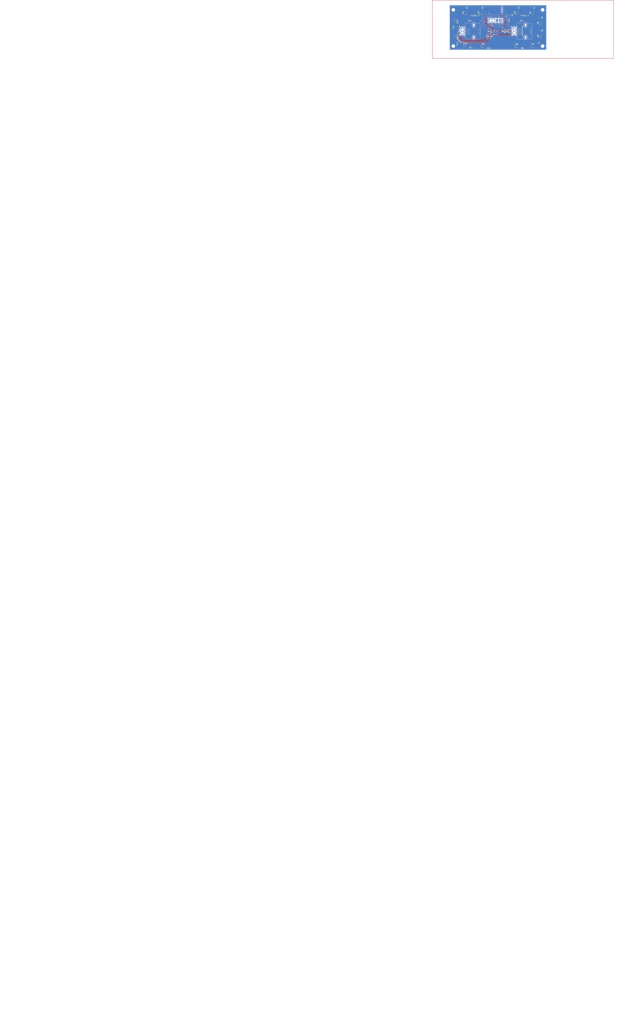
<source format=kicad_pcb>
(kicad_pcb (version 20221018) (generator pcbnew)

  (general
    (thickness 1.6)
  )

  (paper "A4")
  (layers
    (0 "F.Cu" signal)
    (31 "B.Cu" signal)
    (34 "B.Paste" user)
    (35 "F.Paste" user)
    (36 "B.SilkS" user "B.Silkscreen")
    (37 "F.SilkS" user "F.Silkscreen")
    (38 "B.Mask" user)
    (39 "F.Mask" user)
    (42 "Eco1.User" user "User.Ref")
    (44 "Edge.Cuts" user)
    (45 "Margin" user)
    (46 "B.CrtYd" user "B.Courtyard")
    (47 "F.CrtYd" user "F.Courtyard")
    (48 "B.Fab" user)
    (49 "F.Fab" user)
  )

  (setup
    (stackup
      (layer "F.SilkS" (type "Top Silk Screen") (color "White"))
      (layer "F.Paste" (type "Top Solder Paste"))
      (layer "F.Mask" (type "Top Solder Mask") (color "Black") (thickness 0.01))
      (layer "F.Cu" (type "copper") (thickness 0.035))
      (layer "dielectric 1" (type "core") (thickness 1.51) (material "FR4") (epsilon_r 4.5) (loss_tangent 0.02))
      (layer "B.Cu" (type "copper") (thickness 0.035))
      (layer "B.Mask" (type "Bottom Solder Mask") (color "Black") (thickness 0.01))
      (layer "B.Paste" (type "Bottom Solder Paste"))
      (layer "B.SilkS" (type "Bottom Silk Screen") (color "White"))
      (copper_finish "None")
      (dielectric_constraints yes)
    )
    (pad_to_mask_clearance 0)
    (aux_axis_origin 96.35 106.5)
    (pcbplotparams
      (layerselection 0x00010fc_ffffffff)
      (plot_on_all_layers_selection 0x0000000_00000000)
      (disableapertmacros false)
      (usegerberextensions false)
      (usegerberattributes true)
      (usegerberadvancedattributes true)
      (creategerberjobfile true)
      (dashed_line_dash_ratio 12.000000)
      (dashed_line_gap_ratio 3.000000)
      (svgprecision 4)
      (plotframeref false)
      (viasonmask false)
      (mode 1)
      (useauxorigin false)
      (hpglpennumber 1)
      (hpglpenspeed 20)
      (hpglpendiameter 15.000000)
      (dxfpolygonmode true)
      (dxfimperialunits true)
      (dxfusepcbnewfont true)
      (psnegative false)
      (psa4output false)
      (plotreference false)
      (plotvalue false)
      (plotinvisibletext false)
      (sketchpadsonfab false)
      (subtractmaskfromsilk false)
      (outputformat 1)
      (mirror false)
      (drillshape 0)
      (scaleselection 1)
      (outputdirectory "manufacturing/")
    )
  )

  (net 0 "")
  (net 1 "GND")
  (net 2 "+3V3")
  (net 3 "VBUS")
  (net 4 "Net-(D1-A)")
  (net 5 "Net-(D2-A)")
  (net 6 "/LED_PWR")
  (net 7 "Net-(D3-A)")
  (net 8 "Net-(D4-A)")
  (net 9 "Net-(D5-A)")
  (net 10 "Net-(D6-A)")
  (net 11 "/FLOOD")
  (net 12 "/INTEG")
  (net 13 "/PWM_1")
  (net 14 "Net-(D7-A)")
  (net 15 "Net-(D8-A)")
  (net 16 "Net-(D9-A)")
  (net 17 "Net-(D10-A)")
  (net 18 "Net-(D11-A)")
  (net 19 "Net-(D12-A)")
  (net 20 "unconnected-(J1-Pin_5-Pad5)")
  (net 21 "unconnected-(J1-Pin_6-Pad6)")
  (net 22 "unconnected-(J1-Pin_8-Pad8)")
  (net 23 "unconnected-(J1-Pin_3-Pad3)")
  (net 24 "Net-(D13-A)")
  (net 25 "Net-(D14-A)")

  (footprint "Resistor_SMD:R_0805_2012Metric" (layer "F.Cu") (at 108.35 73.875 -90))

  (footprint "LED_SMD:LED_0805_2012Metric" (layer "F.Cu") (at 127 92.2125 -90))

  (footprint "LED_SMD:LED_0805_2012Metric" (layer "F.Cu") (at 140.7125 92.2125 -90))

  (footprint "Resistor_SMD:R_0805_2012Metric" (layer "F.Cu") (at 101 88.9125 90))

  (footprint "MountingHole:MountingHole_2.2mm_M2" (layer "F.Cu") (at 168.35 103.5))

  (footprint "Resistor_SMD:R_0805_2012Metric" (layer "F.Cu") (at 166.35 81.5875 -90))

  (footprint "Resistor_SMD:R_0805_2012Metric" (layer "F.Cu") (at 160.35 73.875 -90))

  (footprint "MountingHole:MountingHole_2.2mm_M2" (layer "F.Cu") (at 99.35 103.5))

  (footprint "LED_SMD:LED_0805_2012Metric" (layer "F.Cu") (at 160.35 77.5 90))

  (footprint "MountingHole:MountingHole_2.2mm_M2" (layer "F.Cu") (at 168.35 75.5))

  (footprint "NiasStuff:Potentiometer_Alps_RK09L_Double_Vertical" (layer "F.Cu") (at 145.1 89.5))

  (footprint "LED_SMD:LED_0805_2012Metric" (layer "F.Cu") (at 148.3375 103.54))

  (footprint "LED_SMD:LED_0805_2012Metric" (layer "F.Cu") (at 120.35 77.5 90))

  (footprint "LED_SMD:LED_0805_2012Metric" (layer "F.Cu") (at 108.35 77.5 90))

  (footprint "NiasStuff:Potentiometer_Alps_RK09L_Double_Vertical" (layer "F.Cu") (at 105.125 89.5))

  (footprint "LED_SMD:LED_0805_2012Metric" (layer "F.Cu") (at 108.7125 103))

  (footprint "Resistor_SMD:R_0805_2012Metric" (layer "F.Cu") (at 152.5875 103.5 180))

  (footprint "LED_SMD:LED_0805_2012Metric" (layer "F.Cu") (at 166.35 95.5 90))

  (footprint "LED_SMD:LED_0805_2012Metric" (layer "F.Cu") (at 166.35 85.5 90))

  (footprint "Resistor_SMD:R_0603_1608Metric" (layer "F.Cu") (at 141 83.675 -90))

  (footprint "LED_SMD:LED_0805_2012Metric" (layer "F.Cu") (at 160.8375 103.5))

  (footprint "Resistor_SMD:R_0805_2012Metric" (layer "F.Cu") (at 104 101.5875 90))

  (footprint "Resistor_SMD:R_0805_2012Metric" (layer "F.Cu") (at 164 100.9125 -90))

  (footprint "LED_SMD:LED_0805_2012Metric" (layer "F.Cu") (at 148.35 77.5 90))

  (footprint "Package_TO_SOT_SMD:SOT-23" (layer "F.Cu") (at 141.95 79.3625 90))

  (footprint "Resistor_SMD:R_0805_2012Metric" (layer "F.Cu") (at 148.35 73.875 -90))

  (footprint "Resistor_SMD:R_0805_2012Metric" (layer "F.Cu") (at 120.35 73.875 -90))

  (footprint "MountingHole:MountingHole_2.2mm_M2" (layer "F.Cu") (at 99.35 75.5))

  (footprint "LED_SMD:LED_0805_2012Metric" (layer "F.Cu") (at 101 84.7125 -90))

  (footprint "LED_SMD:LED_0805_2012Metric" (layer "F.Cu") (at 122.2875 103.5))

  (footprint "LED_SMD:LED_0805_2012Metric" (layer "F.Cu") (at 101 96.7125 -90))

  (footprint "Resistor_SMD:R_0805_2012Metric" (layer "F.Cu") (at 126.5375 103.5 180))

  (footprint "Resistor_SMD:R_0805_2012Metric" (layer "F.Cu") (at 112.9125 103 180))

  (footprint "Resistor_SMD:R_0805_2012Metric" (layer "F.Cu") (at 137.5 92.0875 -90))

  (footprint "Resistor_SMD:R_0805_2012Metric" (layer "F.Cu") (at 166.35 91.5 -90))

  (footprint "Resistor_SMD:R_0805_2012Metric" (layer "F.Cu") (at 127 95.9125 90))

  (footprint "Connector_IDC:IDC-Header_2x05_P2.54mm_Vertical" (layer "B.Cu") (at 126.84 82.46 -90))

  (gr_line (start 83.1 68) (end 83.1 113)
    (stroke (width 0.2) (type default)) (layer "F.Cu") (tstamp 4b03bcf9-9dd5-46df-afb3-9970c777eac5))
  (gr_line (start 83.1 113) (end 223.1 113)
    (stroke (width 0.2) (type default)) (layer "F.Cu") (tstamp 4faed209-0276-468d-816a-506e86e04431))
  (gr_line (start 223.1 68) (end 83.1 68)
    (stroke (width 0.2) (type default)) (layer "F.Cu") (tstamp 96a5ed7a-65e7-41ac-b188-2aaba73aa848))
  (gr_line (start 223.1 113) (end 223.1 68)
    (stroke (width 0.2) (type default)) (layer "F.Cu") (tstamp eac38d42-fcfb-41d7-8417-b46d6c533051))
  (gr_line (start 96.35 71.75) (end 171.35 71.75)
    (stroke (width 0.1) (type default)) (layer "Edge.Cuts") (tstamp 02ec3058-b78c-47ca-8949-f3b7735ebd57))
  (gr_line (start 96.35 106.5) (end 96.35 71.75)
    (stroke (width 0.1) (type default)) (layer "Edge.Cuts") (tstamp 03f85010-09cc-4d1f-a1e6-528ed8bf3704))
  (gr_line (start 171.35 71.75) (end 171.35 106.5)
    (stroke (width 0.1) (type default)) (layer "Edge.Cuts") (tstamp a207bc4f-e3db-4c47-b74b-8da3de20521e))
  (gr_line (start 171.35 106.5) (end 96.35 106.5)
    (stroke (width 0.1) (type default)) (layer "Edge.Cuts") (tstamp d207b4a7-b548-4d94-adad-926b520ac1ee))
  (gr_line (start 212.835037 219.32669) (end 206.992497 212.363791)
    (stroke (width 0.794009) (type solid)) (layer "F.Fab") (tstamp 003dffd5-bef8-4308-8cea-51b54cf9286f))
  (gr_line (start 108.504614 450.022421) (end 108.513295 450.365726)
    (stroke (width 0.576701) (type solid)) (layer "F.Fab") (tstamp 00b0a027-818d-4cab-b29f-3e039832fd1a))
  (gr_line (start -164.240497 780.344905) (end -164.240497 798.317141)
    (stroke (width 0.913409) (type solid)) (layer "F.Fab") (tstamp 00c8719f-f7ca-457a-b86f-eb2bdebec79c))
  (gr_line (start 162.475786 148.376832) (end 162.440581 148.839801)
    (stroke (width 0.576315) (type solid)) (layer "F.Fab") (tstamp 00e96dca-ec2d-4ba8-8fe4-a5d11da4a337))
  (gr_line (start 97.850466 455.711644) (end 97.598446 455.513597)
    (stroke (width 0.576701) (type solid)) (layer "F.Fab") (tstamp 00f50bbd-9093-44f0-ac6b-f20ee7e8c2af))
  (gr_line (start 69.500722 84.049522) (end 70.055548 83.979017)
    (stroke (width 0.700877) (type solid)) (layer "F.Fab") (tstamp 00f8228c-82b8-40f2-a04c-654daf7f2959))
  (gr_line (start -209.578248 103.845525) (end -209.00256 103.346852)
    (stroke (width 0.784935) (type solid)) (layer "F.Fab") (tstamp 00fbd06e-d9df-443c-9f10-c47bb9bfff8e))
  (gr_line (start -175.613376 736.094466) (end -175.613376 753.807993)
    (stroke (width 0.913409) (type solid)) (layer "F.Fab") (tstamp 00fc48dc-794b-45d8-9b8f-9a5edcce2646))
  (gr_line (start 80.670336 89.259669) (end 80.937278 89.723951)
    (stroke (width 0.700877) (type solid)) (layer "F.Fab") (tstamp 0116f305-cbc0-4cec-aac7-f9dbc2ae3843))
  (gr_line (start 185.695763 143.180498) (end 185.93289 142.810615)
    (stroke (width 0.576315) (type solid)) (layer "F.Fab") (tstamp 01345f77-1358-4093-b92c-3f445385fc5c))
  (gr_line (start 216.520885 440.855739) (end 238.223496 440.855739)
    (stroke (width 0.850441) (type solid)) (layer "F.Fab") (tstamp 01570404-afab-4cfd-8123-7623f81804d0))
  (gr_line (start 184.423015 146.975601) (end 184.480989 146.51936)
    (stroke (width 0.576315) (type solid)) (layer "F.Fab") (tstamp 01997db7-94f6-4038-8d05-8848c44109af))
  (gr_line (start -104.094659 298.944483) (end -104.295984 299.337565)
    (stroke (width 0.576315) (type solid)) (layer "F.Fab") (tstamp 01a7d60e-023e-46a4-bce9-fc20579db536))
  (gr_line (start 215.685237 459.321417) (end 215.653088 459.267772)
    (stroke (width 0.850441) (type solid)) (layer "F.Fab") (tstamp 01c97ff6-5099-47c4-9a36-23fff7219257))
  (gr_line (start -205.058742 180.886454) (end -204.633018 181.255264)
    (stroke (width 0.576974) (type solid)) (layer "F.Fab") (tstamp 01f9c769-28ed-43b0-a760-73b2217f3fb4))
  (gr_line (start 144.301874 148.839801) (end 144.26667 148.376832)
    (stroke (width 0.576315) (type solid)) (layer "F.Fab") (tstamp 02016b62-dc95-4d96-b74e-342365852ea0))
  (gr_line (start 162.440581 148.839801) (end 162.382606 149.296039)
    (stroke (width 0.576315) (type solid)) (layer "F.Fab") (tstamp 02282d9f-6275-4512-9111-7eb927ab4f24))
  (gr_line (start -202.205118 151.837936) (end -201.946008 152.34389)
    (stroke (width 0.576974) (type solid)) (layer "F.Fab") (tstamp 0259d7bb-70b7-4333-a7ce-f19bbc863e06))
  (gr_line (start 194.541272 193.361344) (end 198.793804 200.726991)
    (stroke (width 0.794009) (type solid)) (layer "F.Fab") (tstamp 0267a4c3-4434-4b63-b09a-e6b6ea7e1dd7))
  (gr_line (start 73.959707 105.746344) (end 73.423344 105.870142)
    (stroke (width 0.700877) (type solid)) (layer "F.Fab") (tstamp 03189e47-b63a-41e3-ad65-150ab1d88583))
  (gr_line (start -164.240497 762.597929) (end -164.240497 780.344905)
    (stroke (width 0.913409) (type solid)) (layer "F.Fab") (tstamp 031b61f5-dd03-461f-a88f-46a8b0010f2c))
  (gr_line (start 144.541817 150.186031) (end 144.440021 149.744974)
    (stroke (width 0.576315) (type solid)) (layer "F.Fab") (tstamp 031c0702-0e98-413e-859b-4753768879e8))
  (gr_line (start -210.129261 104.370867) (end -209.578248 103.845525)
    (stroke (width 0.784935) (type solid)) (layer "F.Fab") (tstamp 03566dbd-3696-4de8-a473-345a4f875f1e))
  (gr_line (start 145.153786 143.95535) (end 145.355111 143.562267)
    (stroke (width 0.576315) (type solid)) (layer "F.Fab") (tstamp 037482ef-4ebc-4706-b10a-1349bec0c662))
  (gr_line (start -178.895796 333.28189) (end -179.299619 333.464454)
    (stroke (width 0.576315) (type solid)) (layer "F.Fab") (tstamp 038e9e17-622a-4cd7-842f-52dd94eeb95e))
  (gr_line (start 157.323571 156.125128) (end 156.919748 156.307692)
    (stroke (width 0.576315) (type solid)) (layer "F.Fab") (tstamp 03990b36-9d79-4c06-ac92-8c79505b75f2))
  (gr_line (start 49.012069 110.100086) (end 49.806089 110.200982)
    (stroke (width 0.784935) (type solid)) (layer "F.Fab") (tstamp 03a1b0bb-3f88-416e-b0f7-8d707f98ab40))
  (gr_line (start 13.229812 98.820598) (end 13.055506 98.305459)
    (stroke (width 0.700877) (type solid)) (layer "F.Fab") (tstamp 03c8f30e-18ef-43f4-a6f6-e5fbc5145390))
  (gr_line (start -180.754704 736.094466) (end -175.613376 736.094466)
    (stroke (width 0.913409) (type solid)) (layer "F.Fab") (tstamp 03e8c0cd-7752-4541-b9c0-d641e666116f))
  (gr_line (start 32.528163 88.375168) (end 32.837269 88.809842)
    (stroke (width 0.700877) (type solid)) (layer "F.Fab") (tstamp 03f515e6-00f0-4fcd-9ed7-6f23fb301aa7))
  (gr_poly
    (pts
      (xy -210.40404 826.664511)
      (xy -216.895066 833.155502)
      (xy -216.895066 831.174295)
      (xy -210.40404 824.683232)
    )

    (stroke (width 0) (type solid)) (fill solid) (layer "F.Fab") (tstamp 03fb575d-c752-43a7-970e-dc69fffe6acf))
  (gr_line (start 44.973674 110.200982) (end 45.767693 110.100086)
    (stroke (width 0.784935) (type solid)) (layer "F.Fab") (tstamp 041d0df4-16f9-4cc9-b66f-e8f8eb2394f9))
  (gr_line (start -208.487793 178.918962) (end -207.954983 179.129066)
    (stroke (width 0.576974) (type solid)) (layer "F.Fab") (tstamp 0455644e-f4f6-4d63-bc84-1530b987152c))
  (gr_poly
    (pts
      (xy -161.897785 736.457207)
      (xy -161.821859 736.464453)
      (xy -161.747062 736.476388)
      (xy -161.673485 736.492895)
      (xy -161.601221 736.513858)
      (xy -161.530362 736.539159)
      (xy -161.461 736.568683)
      (xy -161.393228 736.602313)
      (xy -161.327138 736.639932)
      (xy -161.262823 736.681423)
      (xy -161.200374 736.726671)
      (xy -161.139884 736.775558)
      (xy -161.081444 736.827968)
      (xy -161.025149 736.883784)
      (xy -160.971089 736.94289)
      (xy -160.919357 737.00517)
      (xy -160.823246 737.138783)
      (xy -160.737555 737.28369)
      (xy -160.663021 737.438959)
      (xy -160.600383 737.603658)
      (xy -160.55038 737.776854)
      (xy -160.513749 737.957614)
      (xy -160.500679 738.05054)
      (xy -160.491229 738.145007)
      (xy -160.485492 738.240899)
      (xy -160.483558 738.338099)
      (xy -160.483558 823.135565)
      (xy -160.485492 823.232765)
      (xy -160.491229 823.328657)
      (xy -160.500679 823.423124)
      (xy -160.513749 823.516049)
      (xy -160.530347 823.607317)
      (xy -160.55038 823.69681)
      (xy -160.573756 823.784412)
      (xy -160.600383 823.870006)
      (xy -160.630169 823.953476)
      (xy -160.663021 824.034705)
      (xy -160.698847 824.113576)
      (xy -160.737555 824.189974)
      (xy -160.779052 824.263781)
      (xy -160.823246 824.334881)
      (xy -160.870045 824.403158)
      (xy -160.919357 824.468494)
      (xy -160.971089 824.530774)
      (xy -161.025149 824.58988)
      (xy -161.081444 824.645696)
      (xy -161.139884 824.698106)
      (xy -161.200374 824.746993)
      (xy -161.262823 824.792241)
      (xy -161.327138 824.833732)
      (xy -161.393228 824.871351)
      (xy -161.461 824.904981)
      (xy -161.530362 824.934505)
      (xy -161.601221 824.959806)
      (xy -161.673485 824.980769)
      (xy -161.747062 824.997276)
      (xy -161.821859 825.009211)
      (xy -161.897785 825.016457)
      (xy -161.974747 825.018899)
      (xy -164.155123 825.018899)
      (xy -164.155123 736.454765)
      (xy -161.974747 736.454765)
    )

    (stroke (width 0) (type solid)) (fill solid) (layer "F.Fab") (tstamp 04746465-9a3b-49e5-8d69-c4e2fc132b56))
  (gr_line (start 18.837319 105.002107) (end 18.359277 104.757269)
    (stroke (width 0.700877) (type solid)) (layer "F.Fab") (tstamp 04965fde-4ad7-41e3-9ffe-669fa74c3f55))
  (gr_line (start 124.939573 87.241237) (end 125.244761 87.717329)
    (stroke (width 0.576974) (type solid)) (layer "F.Fab") (tstamp 04c03ffa-621c-41da-b951-78849703a202))
  (gr_line (start -57.386736 365.319493) (end -57.117023 366.488096)
    (stroke (width 0.859799) (type solid)) (layer "F.Fab") (tstamp 04ce2ba0-db89-404d-975f-cf41f3bd57eb))
  (gr_line (start -106.857603 287.686831) (end -106.513213 287.957468)
    (stroke (width 0.576315) (type solid)) (layer "F.Fab") (tstamp 04d09bcc-82ab-470b-981f-e94ad88513ab))
  (gr_line (start 126.943411 93.801919) (end 126.928144 94.405762)
    (stroke (width 0.576974) (type solid)) (layer "F.Fab") (tstamp 05519f68-eaeb-4dce-94b3-ba04c1c17f4e))
  (gr_line (start 87.035986 724.765852) (end 86.921451 725.019199)
    (stroke (width 0.576701) (type solid)) (layer "F.Fab") (tstamp 055a4114-a29a-49a0-8504-063af15ff0f2))
  (gr_line (start 185.476251 143.562267) (end 185.695763 143.180498)
    (stroke (width 0.576315) (type solid)) (layer "F.Fab") (tstamp 05662554-aa9b-467d-8315-3b671c97fe56))
  (gr_line (start 215.622895 441.481816) (end 215.685237 441.372498)
    (stroke (width 0.850441) (type solid)) (layer "F.Fab") (tstamp 05776c58-3610-42d6-89c7-77d4f3664463))
  (gr_line (start 126.415907 90.312538) (end 126.574016 90.869369)
    (stroke (width 0.576974) (type solid)) (layer "F.Fab") (tstamp 0578e1a5-45a1-4d4f-8fd4-736b35c7c3b3))
  (gr_line (start -69.813155 99.906668) (end -69.031846 100.046195)
    (stroke (width 0.784935) (type solid)) (layer "F.Fab") (tstamp 0592b741-fc59-47a0-895a-63a1893d174a))
  (gr_line (start 27.959376 105.22413) (end 27.455906 105.422642)
    (stroke (width 0.700877) (type solid)) (layer "F.Fab") (tstamp 0594203f-a105-4fd8-a3c5-af6017209aaf))
  (gr_line (start 103.46607 154.751165) (end 103.13895 154.291108)
    (stroke (width 0.576974) (type solid)) (layer "F.Fab") (tstamp 05c5ed57-e8e2-4be9-a026-a076ae0d7a49))
  (gr_line (start 160.607993 83.483999) (end 161.09933 83.766544)
    (stroke (width 0.576974) (type solid)) (layer "F.Fab") (tstamp 05db273a-3a4a-482a-a9f5-b589c02f2752))
  (gr_line (start 103.18651 456.901441) (end 102.857984 456.960108)
    (stroke (width 0.576701) (type solid)) (layer "F.Fab") (tstamp 05ead04c-c0d7-4c63-b746-7a8a9c6ec221))
  (gr_line (start -224.016584 187.576271) (end -223.88557 187.008562)
    (stroke (width 0.576974) (type solid)) (layer "F.Fab") (tstamp 066391a4-19d4-4564-afdd-3f853c61b126))
  (gr_line (start -103.242748 295.92424) (end -103.300722 296.38048)
    (stroke (width 0.576315) (type solid)) (layer "F.Fab") (tstamp 067372cc-a5e2-4aa2-a815-c6c21080ba71))
  (gr_line (start -221.575694 149.967124) (end -221.206917 149.541358)
    (stroke (width 0.576974) (type solid)) (layer "F.Fab") (tstamp 06b06bcf-e7ed-4771-944a-ea7188273771))
  (gr_line (start -210.444048 311.753387) (end -210.41105 311.817987)
    (stroke (width 0.576315) (type solid)) (layer "F.Fab") (tstamp 06b9ea34-4942-48d0-bff6-192975609ca7))
  (gr_line (start 107.708109 447.18578) (end 107.855436 447.473435)
    (stroke (width 0.576701) (type solid)) (layer "F.Fab") (tstamp 06bf503e-27d4-443e-9492-39127b4d3f25))
  (gr_line (start 60.601216 91.711704) (end 60.775509 91.196565)
    (stroke (width 0.700877) (type solid)) (layer "F.Fab") (tstamp 06ca8aeb-cb4c-4802-a19b-52f792833b52))
  (gr_line (start 85.810278 726.583823) (end 85.611648 726.773199)
    (stroke (width 0.576701) (type solid)) (layer "F.Fab") (tstamp 06cd5de8-b021-490f-9f76-bab2fd3586a3))
  (gr_line (start -79.107865 101.288403) (end -78.405068 100.970674)
    (stroke (width 0.784935) (type solid)) (layer "F.Fab") (tstamp 06d5492f-ecf0-418c-a2cc-56312b34b13e))
  (gr_line (start -73.089139 368.895451) (end -72.933942 369.289066)
    (stroke (width 0.672762) (type solid)) (layer "F.Fab") (tstamp 06db517a-ba63-44e9-a7cc-22252406a57a))
  (gr_line (start 208.854432 374.495251) (end 208.551478 374.375799)
    (stroke (width 0.576701) (type solid)) (layer "F.Fab") (tstamp 06dd8e68-1e4a-40c8-b194-1e1f8912e691))
  (gr_line (start 215.459949 458.704316) (end 215.450426 458.634385)
    (stroke (width 0.850441) (type solid)) (layer "F.Fab") (tstamp 06de93d6-e270-4c5a-b777-dc8d5649cc8c))
  (gr_line (start -112.78123 304.096698) (end -113.244201 304.061493)
    (stroke (width 0.576315) (type solid)) (layer "F.Fab") (tstamp 06e188a3-e5bb-4bb1-b5fb-8a6f6d06c27c))
  (gr_line (start -178.120945 317.267844) (end -177.751064 317.50497)
    (stroke (width 0.576315) (type solid)) (layer "F.Fab") (tstamp 06ec4a02-5e68-4a5d-8744-dc8830e318bc))
  (gr_line (start 126.574031 96.734486) (end 126.415926 97.291319)
    (stroke (width 0.576974) (type solid)) (layer "F.Fab") (tstamp 06f3f826-4684-412d-8c31-ff2dabcf62cd))
  (gr_line (start 103.537997 95.001671) (end 103.492686 94.405758)
    (stroke (width 0.576974) (type solid)) (layer "F.Fab") (tstamp 0711df5b-d141-4c54-83c6-b90c8f10dc0c))
  (gr_line (start -80.456384 102.020811) (end -79.79197 101.638781)
    (stroke (width 0.784935) (type solid)) (layer "F.Fab") (tstamp 0737f3ac-4fcf-488e-961b-597f850eed02))
  (gr_line (start 98.112024 444.833763) (end 98.382699 444.660235)
    (stroke (width 0.576701) (type solid)) (layer "F.Fab") (tstamp 074b0db2-2f85-47ee-a2fb-b769297a0e85))
  (gr_line (start 205.282149 371.408689) (end 205.134822 371.121035)
    (stroke (width 0.576701) (type solid)) (layer "F.Fab") (tstamp 074ca2df-c238-4bfe-aee8-7f3644d469cd))
  (gr_line (start -220.41094 181.255258) (end -219.985215 180.886444)
    (stroke (width 0.576974) (type solid)) (layer "F.Fab") (tstamp 0750296c-03db-43e5-953f-30e25948c63b))
  (gr_line (start -197.288215 99.805771) (end -196.494194 99.906668)
    (stroke (width 0.784935) (type solid)) (layer "F.Fab") (tstamp 0757bf3d-09d3-4158-b98d-ebcec3fb5bc1))
  (gr_line (start 48.206335 110.038817) (end 49.012069 110.100086)
    (stroke (width 0.784935) (type solid)) (layer "F.Fab") (tstamp 077cfe7e-99eb-4695-88bd-ce0e8bd00e99))
  (gr_line (start 26.414656 105.746344) (end 25.87827 105.870142)
    (stroke (width 0.700877) (type solid)) (layer "F.Fab") (tstamp 07819b4f-65b9-427c-a97e-dca6c4e50478))
  (gr_line (start 151.982888 138.896308) (end 152.439127 138.838333)
    (stroke (width 0.576315) (type solid)) (layer "F.Fab") (tstamp 07964791-a932-4cc2-9f72-cdcde60a4377))
  (gr_line (start 216.680188 371.95874) (end 216.494191 372.220299)
    (stroke (width 0.576701) (type solid)) (layer "F.Fab") (tstamp 079b8499-2c15-4b09-af71-d9e4e58afeec))
  (gr_line (start 77.721846 718.495392) (end 77.920477 718.306016)
    (stroke (width 0.576701) (type solid)) (layer "F.Fab") (tstamp 079eb0ec-edcb-4df4-8583-8ef09a46a8dc))
  (gr_line (start 145.616422 521.434488) (end 163.126406 529.627715)
    (stroke (width 1.152209) (type solid)) (layer "F.Fab") (tstamp 07be1168-157f-4ea5-8cad-3d1b521b5d13))
  (gr_line (start 204.686992 369.896009) (end 204.6125 369.573246)
    (stroke (width 0.576701) (type solid)) (layer "F.Fab") (tstamp 07c93554-8d6d-4563-8d72-f955cd48aabf))
  (gr_line (start 153.840357 157.012244) (end 153.371228 157.024106)
    (stroke (width 0.576315) (type solid)) (layer "F.Fab") (tstamp 07e2a198-8857-4878-8ab2-bfa329275d82))
  (gr_line (start 200.797677 153.362188) (end 200.527039 153.706577)
    (stroke (width 0.576315) (type solid)) (layer "F.Fab") (tstamp 0819a7cb-96fe-46ff-a250-593eea3b4095))
  (gr_line (start 216.086461 372.714387) (end 215.865566 372.946078)
    (stroke (width 0.576701) (type solid)) (layer "F.Fab") (tstamp 08303158-20be-47a3-9841-0d8a1537e530))
  (gr_line (start 193.023238 138.803128) (end 193.492368 138.791266)
    (stroke (width 0.576315) (type solid)) (layer "F.Fab") (tstamp 0848886a-8ec7-44b0-aab6-814805bb3a3a))
  (gr_line (start 100.826035 456.960108) (end 100.497508 456.901441)
    (stroke (width 0.576701) (type solid)) (layer "F.Fab") (tstamp 086855d0-0d11-4e77-9daa-4587c65d5a1d))
  (gr_line (start 161.771234 151.456214) (end 161.588669 151.860036)
    (stroke (width 0.576315) (type solid)) (layer "F.Fab") (tstamp 086caf17-bfe5-4b5b-ba8e-fd641411329a))
  (gr_line (start 125.244761 87.717329) (end 125.527279 88.208721)
    (stroke (width 0.576974) (type solid)) (layer "F.Fab") (tstamp 086d6544-d5a3-473f-9d44-f4bb3fe51715))
  (gr_line (start -207.954983 179.129066) (end -207.43526 179.364055)
    (stroke (width 0.576974) (type solid)) (layer "F.Fab") (tstamp 08794f58-af4f-48b8-87b1-358787186913))
  (gr_line (start -190.407617 319.967373) (end -190.153448 319.60995)
    (stroke (width 0.576315) (type solid)) (layer "F.Fab") (tstamp 088de08f-a5eb-4c07-980f-8af9cee984bc))
  (gr_line (start 33.392608 89.723951) (end 33.637449 90.201992)
    (stroke (width 0.700877) (type solid)) (layer "F.Fab") (tstamp 08929ca9-b01f-4f38-9721-07d49e0ec2ea))
  (gr_line (start 114.60667 82.083008) (end 115.210451 82.067739)
    (stroke (width 0.576974) (type solid)) (layer "F.Fab") (tstamp 08941640-ee3c-4c8f-98c3-2f3d72211433))
  (gr_line (start 77.920477 726.773199) (end 77.721846 726.583823)
    (stroke (width 0.576701) (type solid)) (layer "F.Fab") (tstamp 08a9ec19-c931-40bf-aaab-8865a9b80bfb))
  (gr_line (start 161.09933 83.766544) (end 161.575368 84.071761)
    (stroke (width 0.576974) (type solid)) (layer "F.Fab") (tstamp 08ae15e0-4e1e-4c87-8a2c-f05d7bdd031b))
  (gr_line (start 126.705042 96.166776) (end 126.574031 96.734486)
    (stroke (width 0.576974) (type solid)) (layer "F.Fab") (tstamp 08b02694-ea5c-493e-8323-39115732e853))
  (gr_line (start -122.124301 101.638781) (end -121.440193 101.288403)
    (stroke (width 0.784935) (type solid)) (layer "F.Fab") (tstamp 08eb0865-a19b-4653-b2f7-d034a5d9a743))
  (gr_line (start 209.953739 220.056543) (end 205.701207 212.690895)
    (stroke (width 0.794009) (type solid)) (layer "F.Fab") (tstamp 09177f8b-21eb-4661-9062-907b2426135f))
  (gr_line (start 177.82783 324.684795) (end 178.573215 324.432585)
    (stroke (width 0.934901) (type solid)) (layer "F.Fab") (tstamp 091f6c3f-42ed-4f4d-9b5e-4f17182598ec))
  (gr_line (start 153.632342 509.946683) (end 167.29411 523.655383)
    (stroke (width 1.152209) (type solid)) (layer "F.Fab") (tstamp 092089d4-336a-405f-b6b8-f23291415f11))
  (gr_line (start 122.597266 141.169751) (end 122.902454 141.645843)
    (stroke (width 0.576974) (type solid)) (layer "F.Fab") (tstamp 092c4326-c1bf-4b93-88a5-9b73e081e43d))
  (gr_line (start 209.480986 361.767453) (end 209.803748 361.692959)
    (stroke (width 0.576701) (type solid)) (layer "F.Fab") (tstamp 093f4583-f558-406d-82fa-76a2bd988443))
  (gr_line (start 169.623959 348.072009) (end 169.237683 347.40021)
    (stroke (width 0.934901) (type solid)) (layer "F.Fab") (tstamp 0944e6be-810f-4de1-b670-315c696ad136))
  (gr_line (start 99.858168 456.737052) (end 99.548192 456.632169)
    (stroke (width 0.576701) (type solid)) (layer "F.Fab") (tstamp 09547958-c0aa-472a-a4b1-365492d0a3da))
  (gr_line (start -221.575694 182.477085) (end -221.206917 182.051317)
    (stroke (width 0.576974) (type solid)) (layer "F.Fab") (tstamp 095c0fef-95d2-4a14-b945-8284b79c916b))
  (gr_line (start 158.098421 140.111082) (end 158.468303 140.348209)
    (stroke (width 0.576315) (type solid)) (layer "F.Fab") (tstamp 0962a676-e9cd-4264-9fe1-4f07cd611083))
  (gr_line (start 144.204404 89.23444) (end 144.439371 88.714661)
    (stroke (width 0.576974) (type solid)) (layer "F.Fab") (tstamp 09760758-ef94-48bf-ae0f-e61ff24b9e23))
  (gr_line (start 115.814232 82.083008) (end 116.410084 82.128322)
    (stroke (width 0.576974) (type solid)) (layer "F.Fab") (tstamp 09966983-0b4e-493f-acae-49f8330b75d8))
  (gr_line (start 96.496068 454.357256) (end 96.310071 454.0957)
    (stroke (width 0.576701) (type solid)) (layer "F.Fab") (tstamp 09c6953b-ffb7-48e9-9f44-747171fea62c))
  (gr_line (start -201.946008 162.518424) (end -202.205118 163.024379)
    (stroke (width 0.576974) (type solid)) (layer "F.Fab") (tstamp 09e33232-884c-4f32-8cbe-964255736a31))
  (gr_poly
    (pts
      (xy -210.40404 835.737133)
      (xy -216.895066 842.228123)
      (xy -216.895066 840.2475)
      (xy -210.40404 833.75651)
    )

    (stroke (width 0) (type solid)) (fill solid) (layer "F.Fab") (tstamp 09fa207c-d4c2-4228-95ca-0bc018b3dca7))
  (gr_line (start 101.842009 457.036975) (end 101.498704 457.028295)
    (stroke (width 0.576701) (type solid)) (layer "F.Fab") (tstamp 0a16e1d8-054a-4335-8a1c-4d9957fa4416))
  (gr_line (start -143.945194 102.696469) (end -145.9487 104.635553)
    (stroke (width 1.859057) (type solid)) (layer "F.Fab") (tstamp 0a1828c8-66a9-43f2-a876-87725332aeda))
  (gr_line (start 101.847082 151.765026) (end 101.662616 151.21981)
    (stroke (width 0.576974) (type solid)) (layer "F.Fab") (tstamp 0a78a22d-0a63-45fe-ae15-5282a823a04c))
  (gr_line (start 18.837319 85.015056) (end 19.328424 84.793033)
    (stroke (width 0.700877) (type solid)) (layer "F.Fab") (tstamp 0ace5b2b-e608-4ede-be32-53c963642f06))
  (gr_line (start 75.504355 84.793033) (end 75.995435 85.015056)
    (stroke (width 0.700877) (type solid)) (layer "F.Fab") (tstamp 0ad19104-488f-4f39-a777-4f7bef073404))
  (gr_line (start -115.860621 303.392146) (end -116.264444 303.209581)
    (stroke (width 0.576315) (type solid)) (layer "F.Fab") (tstamp 0ae2bcd7-5ebe-4e56-830d-52b4110ac5ea))
  (gr_line (start -152.176037 100.437154) (end -151.438844 100.686593)
    (stroke (width 0.784935) (type solid)) (layer "F.Fab") (tstamp 0af09c96-1029-494b-9327-7b475ec4a979))
  (gr_line (start -148.096865 650.931163) (end -140.244916 650.931163)
    (stroke (width 0.674608) (type solid)) (layer "F.Fab") (tstamp 0b0ae7b0-5684-473b-b43f-7c510d0188fd))
  (gr_line (start 166.748342 93.801919) (end 166.733075 94.405762)
    (stroke (width 0.576974) (type solid)) (layer "F.Fab") (tstamp 0b42f027-f6e5-4aea-8929-773730a0d2f0))
  (gr_line (start 199.364974 340.579078) (end 199.303024 341.39377)
    (stroke (width 0.934901) (type solid)) (layer "F.Fab") (tstamp 0b802b96-116b-439e-93fb-1bf588ef9434))
  (gr_line (start 107.321436 85.116071) (end 107.747161 84.747258)
    (stroke (width 0.576974) (type solid)) (layer "F.Fab") (tstamp 0b9ee283-6f44-400d-8b90-dab495479e2f))
  (gr_line (start 197.803908 332.798595) (end 198.125169 333.509203)
    (stroke (width 0.934901) (type solid)) (layer "F.Fab") (tstamp 0bb523dd-c667-450a-bb52-7220e50f4de7))
  (gr_line (start 32.528163 101.641995) (end 32.199028 102.06082)
    (stroke (width 0.700877) (type solid)) (layer "F.Fab") (tstamp 0bd5de40-394f-4216-9198-080e36d33e3a))
  (gr_line (start 122.23044 84.398914) (end 122.673672 84.747264)
    (stroke (width 0.576974) (type solid)) (layer "F.Fab") (tstamp 0be99aa3-5426-47e0-aa78-6e14dcfa25f0))
  (gr_line (start 20.873144 84.270819) (end 21.40953 84.147021)
    (stroke (width 0.700877) (type solid)) (layer "F.Fab") (tstamp 0bfb319a-49ec-454a-a089-b622533ec850))
  (gr_line (start -181.916039 315.995095) (end -181.459799 316.05307)
    (stroke (width 0.576315) (type solid)) (layer "F.Fab") (tstamp 0c111e6f-d0bb-4058-9976-c913c5062386))
  (gr_line (start 217.810854 368.572048) (end 217.785092 368.910846)
    (stroke (width 0.576701) (type solid)) (layer "F.Fab") (tstamp 0c20c687-5a66-44aa-8fd0-63113919da0c))
  (gr_line (start 104.399473 98.369394) (end 104.189388 97.836525)
    (stroke (width 0.576974) (type solid)) (layer "F.Fab") (tstamp 0c5596d8-31a9-4a2e-aba7-55463cc47359))
  (gr_line (start 160.405899 142.108801) (end 160.676537 142.453192)
    (stroke (width 0.576315) (type solid)) (layer "F.Fab") (tstamp 0c56bef8-b2ed-4c67-8cab-28bfcb2d3806))
  (gr_line (start 34.381695 92.237815) (end 34.505494 92.774203)
    (stroke (width 0.700877) (type solid)) (layer "F.Fab") (tstamp 0c7db8fa-5637-40d5-a1c4-f369d2f316c2))
  (gr_line (start 192.104028 156.919065) (end 191.655092 156.838893)
    (stroke (width 0.576315) (type solid)) (layer "F.Fab") (tstamp 0c8005ad-a2c3-4a54-9467-01a4cc731f46))
  (gr_line (start -210.280986 312.239765) (end -210.271495 312.314893)
    (stroke (width 0.576315) (type solid)) (layer "F.Fab") (tstamp 0c86edca-043a-422d-825c-16649de55932))
  (gr_line (start -104.752623 300.089215) (end -105.006792 300.446638)
    (stroke (width 0.576315) (type solid)) (layer "F.Fab") (tstamp 0ca5eb63-c7f1-4aed-a6dc-c61bdec2aa68))
  (gr_line (start 107.781388 137.15337) (end 108.301116 136.918383)
    (stroke (width 0.576974) (type solid)) (layer "F.Fab") (tstamp 0ce3e7d9-73d7-4026-bfe7-1bbb8234aa1b))
  (gr_line (start 114.010815 82.128321) (end 114.60667 82.083008)
    (stroke (width 0.576974) (type solid)) (layer "F.Fab") (tstamp 0ce9389b-3f32-4689-a39e-9b17bd95e7a4))
  (gr_line (start 195.722582 329.549225) (end 196.198824 330.155249)
    (stroke (width 0.934901) (type solid)) (layer "F.Fab") (tstamp 0cf95631-1819-45fe-a8d3-d1d8c9c1e61e))
  (gr_line (start -84.055958 364.127549) (end -83.65322 363.991277)
    (stroke (width 0.672762) (type solid)) (layer "F.Fab") (tstamp 0d9a8ea7-92a2-4cea-bddd-e9083d55e29c))
  (gr_line (start 15.437238 102.4631) (end 15.088772 102.06082)
    (stroke (width 0.700877) (type solid)) (layer "F.Fab") (tstamp 0db3dfa9-fe62-4eef-ad06-74b456a404c8))
  (gr_line (start 179.334477 355.290687) (end 178.573215 355.074513)
    (stroke (width 0.934901) (type solid)) (layer "F.Fab") (tstamp 0dbe66bd-d61c-4240-b70c-7c90786f94b4))
  (gr_line (start 168.27491 345.269393) (end 168.022698 344.524006)
    (stroke (width 0.934901) (type solid)) (layer "F.Fab") (tstamp 0dca1d09-f8b9-4333-8854-a7e5164b2391))
  (gr_line (start 199.059926 342.98661) (end 198.880795 343.762743)
    (stroke (width 0.934901) (type solid)) (layer "F.Fab") (tstamp 0deac9d9-2450-452a-8b60-3d8b8219cfea))
  (gr_line (start -219.081973 147.701) (end -218.605929 147.395784)
    (stroke (width 0.576974) (type solid)) (layer "F.Fab") (tstamp 0e013d38-2738-4611-aedb-25e00512aeed))
  (gr_line (start 76.16288 723.692265) (end 76.112583 723.410615)
    (stroke (width 0.576701) (type solid)) (layer "F.Fab") (tstamp 0e119afa-0321-428d-888b-6e5dff71f87c))
  (gr_line (start 17.010489 103.892831) (end 16.591662 103.5637)
    (stroke (width 0.700877) (type solid)) (layer "F.Fab") (tstamp 0e29e3e1-6ab0-4c64-8993-0f7cf5267402))
  (gr_line (start -40.914377 668.996972) (end -26.804349 668.996972)
    (stroke (width 0.794009) (type solid)) (layer "F.Fab") (tstamp 0e324927-7238-4b33-8bea-ad9631575536))
  (gr_line (start -148.096865 658.50356) (end -148.096865 650.931163)
    (stroke (width 0.674608) (type solid)) (layer "F.Fab") (tstamp 0e35dd8e-a7e0-4e0d-9428-7cf0aeb70764))
  (gr_line (start -76.581183 364.85645) (end -76.229506 365.081906)
    (stroke (width 0.672762) (type solid)) (layer "F.Fab") (tstamp 0e7f89d7-2071-4fa4-a8e1-825d2630b603))
  (gr_line (start -106.334683 102.020811) (end -105.690957 102.433498)
    (stroke (width 0.784935) (type solid)) (layer "F.Fab") (tstamp 0e804d7c-66fa-4571-93d2-27e33bf5ab79))
  (gr_line (start -74.129958 367.083283) (end -73.888299 367.423114)
    (stroke (width 0.672762) (type solid)) (layer "F.Fab") (tstamp 0ef7928d-3c54-46f8-b397-ecb060771a72))
  (gr_line (start 126.928143 93.19808) (end 126.943411 93.801919)
    (stroke (width 0.576974) (type solid)) (layer "F.Fab") (tstamp 0f28947e-875f-4463-8bf9-9c90af70152b))
  (gr_line (start 62.305236 101.641995) (end 61.996149 101.207321)
    (stroke (width 0.700877) (type solid)) (layer "F.Fab") (tstamp 0f4653b4-fbc3-4b70-a41a-7a0ecfa2ff0d))
  (gr_line (start -180.754704 789.388012) (end -175.613376 789.388012)
    (stroke (width 0.913409) (type solid)) (layer "F.Fab") (tstamp 0f757651-37a4-463f-a3fd-ecbb2af06b42))
  (gr_line (start -166.986208 103.346852) (end -166.386843 102.875844)
    (stroke (width 0.784935) (type solid)) (layer "F.Fab") (tstamp 0f787385-9b42-4d9c-8239-0723f18d15a4))
  (gr_line (start 185.776259 206.708943) (end 194.865643 206.708943)
    (stroke (width 0.794009) (type solid)) (layer "F.Fab") (tstamp 0f7aa60d-f69b-4cc1-a402-6e3d22546eae))
  (gr_line (start -181.208575 265.04394) (end -181.208575 251.218565)
    (stroke (width 0.868037) (type solid)) (layer "F.Fab") (tstamp 100aec2d-0704-48cf-a72e-ddbb735a9213))
  (gr_line (start 103.612613 95.588919) (end 103.537997 95.001671)
    (stroke (width 0.576974) (type solid)) (layer "F.Fab") (tstamp 102351d4-1e8b-432b-9342-5581fe5cfcac))
  (gr_line (start -210.518912 311.629904) (end -210.480033 311.690662)
    (stroke (width 0.576315) (type solid)) (layer "F.Fab") (tstamp 104a6b10-a00d-4082-b44b-c840a6633a2f))
  (gr_line (start 184.983875 323.794184) (end 185.786719 323.896202)
    (stroke (width 0.934901) (type solid)) (layer "F.Fab") (tstamp 1082aa07-46d7-46e6-80fa-926b3cedf268))
  (gr_line (start -207.781151 102.433498) (end -207.137423 102.020811)
    (stroke (width 0.784935) (type solid)) (layer "F.Fab") (tstamp 1084574e-367b-421f-9949-f86c27c9e783))
  (gr_line (start 154.411601 82.083008) (end 155.015382 82.067739)
    (stroke (width 0.576974) (type solid)) (layer "F.Fab") (tstamp 108dd003-3959-4cdc-a624-7ebf1a89ee4e))
  (gr_line (start 71.189062 83.921777) (end 71.759563 83.936203)
    (stroke (width 0.700877) (type solid)) (layer "F.Fab") (tstamp 10a598ae-329e-4831-90e1-f758a677f5f1))
  (gr_poly
    (pts
      (xy -229.112141 809.633687)
      (xy -225.523582 813.202496)
      (xy -225.523582 815.18312)
      (xy -231.103878 809.633031)
    )

    (stroke (width 0) (type solid)) (fill solid) (layer "F.Fab") (tstamp 10edec08-ba26-4e48-a9ec-bcc97d3e10bc))
  (gr_line (start 33.637449 99.815171) (end 33.392608 100.293212)
    (stroke (width 0.700877) (type solid)) (layer "F.Fab") (tstamp 11107b8e-6910-480c-97fa-f6d0c7f2f081))
  (gr_line (start -58.524463 361.954081) (end -58.091973 363.050968)
    (stroke (width 0.859799) (type solid)) (layer "F.Fab") (tstamp 1126070a-6bee-4eb8-8724-b9f0cb6428f3))
  (gr_line (start -238.282417 339.137819) (end -238.331947 339.085858)
    (stroke (width 0.576315) (type solid)) (layer "F.Fab") (tstamp 1143d737-339d-4336-8ee7-d4695c1ba2cd))
  (gr_line (start 119.777443 82.989875) (end 120.297164 83.224864)
    (stroke (width 0.576974) (type solid)) (layer "F.Fab") (tstamp 1151c7a0-3923-41fe-bd2d-a1a0ffc19866))
  (gr_line (start 126.928144 94.405762) (end 126.882836 95.001677)
    (stroke (width 0.576974) (type solid)) (layer "F.Fab") (tstamp 115f979a-5c5e-4218-be7f-34186fecc024))
  (gr_line (start -238.70295 312.239765) (end -238.689822 312.165864)
    (stroke (width 0.576315) (type solid)) (layer "F.Fab") (tstamp 11883fac-4064-4179-a5bc-3fd5b2de431f))
  (gr_line (start 188.859489 324.684795) (end 189.587989 324.972034)
    (stroke (width 0.934901) (type solid)) (layer "F.Fab") (tstamp 119d0d63-f15a-4825-a771-3fb834945970))
  (gr_line (start 87.919928 195.130044) (end 94.325945 201.438261)
    (stroke (width 0.794009) (type solid)) (layer "F.Fab") (tstamp 11b13ec0-850f-49d0-abd1-9b1f9ae0c62d))
  (gr_line (start 183.343659 323.71136) (end 184.169185 323.732234)
    (stroke (width 0.934901) (type solid)) (layer "F.Fab") (tstamp 11be8f2f-e118-4c15-8a88-4f7364e1b4ef))
  (gr_line (start -175.613376 825.051474) (end -180.754704 825.051474)
    (stroke (width 0.913409) (type solid)) (layer "F.Fab") (tstamp 11c4ea89-243d-474c-96c2-fb5270e558d5))
  (gr_line (start 166.613148 92.014921) (end 166.687764 92.602169)
    (stroke (width 0.576974) (type solid)) (layer "F.Fab") (tstamp 11f329f7-8c4d-46fb-8b60-b60272f7dd09))
  (gr_poly
    (pts
      (xy 56.159776 746.897965)
      (xy 56.379934 747.780275)
      (xy 59.115844 749.359862)
      (xy 58.63479 750.193053)
      (xy 55.89888 748.613466)
      (xy 55.02466 748.863941)
      (xy 51.50475 746.831721)
      (xy 52.639794 744.865746)
    )

    (stroke (width 0) (type solid)) (fill solid) (layer "F.Fab") (tstamp 1214581f-71bc-4452-af9f-9e0a8850704f))
  (gr_line (start 95.205704 190.923606) (end 97.550489 199.576571)
    (stroke (width 0.794009) (type solid)) (layer "F.Fab") (tstamp 121dcd5a-be19-4daa-9333-2bba616842fa))
  (gr_line (start 158.825725 155.212996) (end 158.468303 155.467165)
    (stroke (width 0.576315) (type solid)) (layer "F.Fab") (tstamp 122e79b9-bb70-443b-9f7f-885411d0aec9))
  (gr_line (start 210.542285 509.946683) (end 196.880518 523.655383)
    (stroke (width 1.152209) (type solid)) (layer "F.Fab") (tstamp 122f2df8-1be4-453b-9940-48f9299c33b4))
  (gr_line (start -201.946008 152.34389) (end -201.711043 152.863669)
    (stroke (width 0.576974) (type solid)) (layer "F.Fab") (tstamp 1230b4be-0edf-4966-a450-1d7adbecb2e8))
  (gr_line (start 194.424468 156.977039) (end 193.961497 157.012244)
    (stroke (width 0.576315) (type solid)) (layer "F.Fab") (tstamp 1230ecea-7d39-43af-84ce-108370f6ce62))
  (gr_line (start -219.985215 148.3765) (end -219.541981 148.028151)
    (stroke (width 0.576974) (type solid)) (layer "F.Fab") (tstamp 123b19c8-814c-466f-a941-58a38fa84f6c))
  (gr_line (start 215.437948 442.275764) (end 215.443539 442.130575)
    (stroke (width 0.850441) (type solid)) (layer "F.Fab") (tstamp 124171ba-84a2-4e64-ac37-2362d5891803))
  (gr_line (start 100.174746 456.826949) (end 99.858168 456.737052)
    (stroke (width 0.576701) (type solid)) (layer "F.Fab") (tstamp 12681125-b72d-40d4-b5a9-d5ef49049e34))
  (gr_line (start -188.81825 103.346852) (end -188.242563 103.845525)
    (stroke (width 0.784935) (type solid)) (layer "F.Fab") (tstamp 1342709f-7c0c-4f19-bbee-d91fa233b9ef))
  (gr_line (start 104.004922 90.312525) (end 104.189388 89.767307)
    (stroke (width 0.576974) (type solid)) (layer "F.Fab") (tstamp 1342713f-9de9-4792-8637-0d720984baec))
  (gr_line (start 77.53247 718.694022) (end 77.721846 718.495392)
    (stroke (width 0.576701) (type solid)) (layer "F.Fab") (tstamp 13552a50-51ad-4200-b277-ca5bd88e6722))
  (gr_line (start 79.799544 717.167277) (end 80.06529 717.077359)
    (stroke (width 0.576701) (type solid)) (layer "F.Fab") (tstamp 13766442-c686-4afc-91e5-2a282c59de8c))
  (gr_line (start 121.294398 83.766544) (end 121.770437 84.071761)
    (stroke (width 0.576974) (type solid)) (layer "F.Fab") (tstamp 13ac4dfd-5f23-4a0b-8f54-aab9b8955e0e))
  (gr_line (start -200.391719 205.723186) (end -151.8561 205.723186)
    (stroke (width 0.747273) (type solid)) (layer "F.Fab") (tstamp 140276ed-4386-4e42-9152-1d78944c2846))
  (gr_line (start 217.785092 367.54664) (end 217.810854 367.885438)
    (stroke (width 0.576701) (type solid)) (layer "F.Fab") (tstamp 141effc4-d027-4592-b373-4d31a08c4372))
  (gr_line (start 104.438781 444.21867) (end 104.734294 444.35227)
    (stroke (width 0.576701) (type solid)) (layer "F.Fab") (tstamp 142c526c-1a87-43fa-8c99-5287f57a9a4a))
  (gr_line (start -72.507857 370.949309) (end -72.452736 371.383093)
    (stroke (width 0.672762) (type solid)) (layer "F.Fab") (tstamp 146c6de3-7151-4a91-adf4-ebe5ab86a875))
  (gr_line (start -75.889676 365.323565) (end -75.562236 365.580882)
    (stroke (width 0.672762) (type solid)) (layer "F.Fab") (tstamp 14725329-1f15-45a2-8312-68113851471b))
  (gr_line (start -133.435676 807.147377) (end -133.435676 825.051474)
    (stroke (width 0.913409) (type solid)) (layer "F.Fab") (tstamp 14892b49-b949-4fd5-b186-705c084be9a8))
  (gr_line (start 160.676537 153.362188) (end 160.405899 153.706577)
    (stroke (width 0.576315) (type solid)) (layer "F.Fab") (tstamp 149c97c5-55d5-41c8-af93-51b8ea622199))
  (gr_line (start -158.516242 99.805771) (end -157.710506 99.744502)
    (stroke (width 0.784935) (type solid)) (layer "F.Fab") (tstamp 14a8cca3-60ed-46e1-8bc9-a36d65b70d85))
  (gr_line (start -238.119612 339.278746) (end -238.176156 339.234356)
    (stroke (width 0.576315) (type solid)) (layer "F.Fab") (tstamp 14ab2612-761c-41c2-9826-783b8ff162d6))
  (gr_line (start -237.872831 339.428288) (end -237.937431 339.395291)
    (stroke (width 0.576315) (type solid)) (layer "F.Fab") (tstamp 14d6a921-305f-492d-9c07-3502926a3850))
  (gr_line (start -156.894052 99.723858) (end -156.077598 99.744502)
    (stroke (width 0.784935) (type solid)) (layer "F.Fab") (tstamp 14e0138c-826c-48ba-9685-3233d55adbb6))
  (gr_line (start -203.628421 100.437154) (end -202.875526 100.223356)
    (stroke (width 0.784935) (type solid)) (layer "F.Fab") (tstamp 14fc926c-2aa0-41ba-a8ac-11373ebdbda3))
  (gr_line (start -210.381133 311.884369) (end -210.354388 311.95244)
    (stroke (width 0.576315) (type solid)) (layer "F.Fab") (tstamp 15477703-07fc-4ca2-8044-c7b0d46a1aa9))
  (gr_poly
    (pts
      (xy -240.111057 834.995474)
      (xy -240.111057 836.976681)
      (xy -246.874786 830.212915)
      (xy -246.874786 828.231709)
    )

    (stroke (width 0) (type solid)) (fill solid) (layer "F.Fab") (tstamp 156c769e-8f6d-4f0b-a737-d485355cccc5))
  (gr_line (start 215.437948 458.418121) (end 215.437948 442.275764)
    (stroke (width 0.850441) (type solid)) (layer "F.Fab") (tstamp 156f6c16-dd74-4f58-824b-5fc9c1829945))
  (gr_line (start -238.000156 339.359306) (end -238.060914 339.320427)
    (stroke (width 0.576315) (type solid)) (layer "F.Fab") (tstamp 1577a25a-7910-4713-acf8-8951480010c9))
  (gr_line (start 77.387516 85.815228) (end 77.822168 86.124331)
    (stroke (width 0.700877) (type solid)) (layer "F.Fab") (tstamp 1586ccae-c821-4f50-bf7f-c839717d2ca8))
  (gr_line (start 194.424468 138.838333) (end 194.880708 138.896308)
    (stroke (width 0.576315) (type solid)) (layer "F.Fab") (tstamp 15878b3d-b679-4254-bd42-1f067da205a5))
  (gr_line (start -112.312101 285.87572) (end -111.842971 285.887582)
    (stroke (width 0.576315) (type solid)) (layer "F.Fab") (tstamp 15962afa-4536-4163-bf54-50fce6090432))
  (gr_line (start -237.597537 339.528553) (end -237.668709 339.508431)
    (stroke (width 0.576315) (type solid)) (layer "F.Fab") (tstamp 15d223f2-5450-4c1e-9953-6dda5f71f452))
  (gr_line (start -70.308749 349.583575) (end -69.26726 350.116994)
    (stroke (width 0.859799) (type solid)) (layer "F.Fab") (tstamp 15d5992a-5438-4882-8a08-7abfddc56c82))
  (gr_line (start 80.613405 728.14279) (end 80.336697 728.078926)
    (stroke (width 0.576701) (type solid)) (layer "F.Fab") (tstamp 15dd5928-2aa4-4589-839e-de81af9f161a))
  (gr_line (start -189.417614 102.875844) (end -188.81825 103.346852)
    (stroke (width 0.784935) (type solid)) (layer "F.Fab") (tstamp 15ec8bd2-032c-414c-8fc2-fa854c782fac))
  (gr_poly
    (pts
      (xy -222.515918 604.498526)
      (xy -227.223924 603.23748)
      (xy -222.515918 601.976288)
    )

    (stroke (width 0) (type solid)) (fill solid) (layer "F.Fab") (tstamp 160a36c0-ca8e-4cf1-b871-9591aa72e657))
  (gr_line (start 215.865566 363.511408) (end 216.086461 363.743099)
    (stroke (width 0.576701) (type solid)) (layer "F.Fab") (tstamp 1651dbb1-2e0c-4460-8be7-4cef956cc929))
  (gr_line (start 109.935874 136.365676) (end 110.503526 136.23465)
    (stroke (width 0.576974) (type solid)) (layer "F.Fab") (tstamp 16645386-45a4-43b3-8f1f-97de84339ae7))
  (gr_line (start 143.520729 91.437065) (end 143.651744 90.869357)
    (stroke (width 0.576974) (type solid)) (layer "F.Fab") (tstamp 166cd883-b8c4-4f23-adda-bf58f1fb3ee0))
  (gr_line (start -151.8561 205.723186) (end -151.8561 212.465854)
    (stroke (width 0.747273) (type solid)) (layer "F.Fab") (tstamp 168970be-abeb-4417-a2ee-489ea386ba9e))
  (gr_line (start 197.449636 347.40021) (end 197.063359 348.072009)
    (stroke (width 0.934901) (type solid)) (layer "F.Fab") (tstamp 168c0b3c-ba4d-404c-a51d-1774cb77ec39))
  (gr_line (start -210.310786 312.09328) (end -210.294114 312.165864)
    (stroke (width 0.576315) (type solid)) (layer "F.Fab") (tstamp 1699d273-cfa2-4588-9208-37fab47f9422))
  (gr_line (start -144.808774 815.924851) (end -144.808774 833.68429)
    (stroke (width 0.913409) (type solid)) (layer "F.Fab") (tstamp 16aa96fa-e48a-416d-9ab8-74cf0f01b118))
  (gr_line (start 108.190396 84.398907) (end 108.650404 84.071754)
    (stroke (width 0.576974) (type solid)) (layer "F.Fab") (tstamp 16b600e5-2526-4930-8ba4-0ed91d4019d6))
  (gr_line (start 33.125649 100.757494) (end 32.837269 101.207321)
    (stroke (width 0.700877) (type solid)) (layer "F.Fab") (tstamp 16bc2477-58c6-4024-87e9-c0e2463c915b))
  (gr_line (start 216.198851 459.77434) (end 216.148533 459.752014)
    (stroke (width 0.850441) (type solid)) (layer "F.Fab") (tstamp 16e4395d-bcfa-474c-85da-fcde67a314a2))
  (gr_line (start -201.027375 187.576271) (end -200.924193 188.15412)
    (stroke (width 0.576974) (type solid)) (layer "F.Fab") (tstamp 16f646ee-c957-4b7e-af1e-15640bc7e0f6))
  (gr_line (start -157.505044 223.567926) (end -160.107154 223.567926)
    (stroke (width 0.868037) (type solid)) (layer "F.Fab") (tstamp 170e2570-d23d-4886-9d70-980d2a15aa02))
  (gr_line (start 61.440845 100.293212) (end 61.196021 99.815171)
    (stroke (width 0.700877) (type solid)) (layer "F.Fab") (tstamp 173eaa5b-bcab-4064-bdb7-40b0042ef4f5))
  (gr_line (start 121.921831 140.266414) (end 122.270146 140.709695)
    (stroke (width 0.576974) (type solid)) (layer "F.Fab") (tstamp 1746e7c6-2898-4ef6-b5db-28510b8834c7))
  (gr_line (start -107.966675 286.976023) (end -107.584907 287.195535)
    (stroke (width 0.576315) (type solid)) (layer "F.Fab") (tstamp 17491144-ccde-4670-b416-571371ac6146))
  (gr_line (start -204.633018 181.255264) (end -204.225542 181.643797)
    (stroke (width 0.576974) (type solid)) (layer "F.Fab") (tstamp 1782f32a-d6c2-4e6d-8590-9518d449a8a5))
  (gr_line (start -222.838841 184.347905) (end -222.556323 183.856512)
    (stroke (width 0.576974) (type solid)) (layer "F.Fab") (tstamp 179beba4-9e3d-4ad4-9465-65f9b2c534c3))
  (gr_line (start -210.271495 338.231328) (end -210.280986 338.306455)
    (stroke (width 0.576315) (type solid)) (layer "F.Fab") (tstamp 17d5346d-24ec-4cff-a22a-e938e0637dd3))
  (gr_line (start 186.74423 141.778015) (end 187.046087 141.461407)
    (stroke (width 0.576315) (type solid)) (layer "F.Fab") (tstamp 17d9ccec-0dc2-458a-913c-4a4ad5544e9a))
  (gr_line (start 118.142705 82.437165) (end 118.699476 82.595289)
    (stroke (width 0.576974) (type solid)) (layer "F.Fab") (tstamp 17df9600-ac0b-4a3a-b061-1abd2eb5e790))
  (gr_line (start -105.86582 301.438421) (end -106.182427 301.740278)
    (stroke (width 0.576315) (type solid)) (layer "F.Fab") (tstamp 17f0044a-f5fa-44ad-9bd1-7d762fdbb2f3))
  (gr_line (start 108.504614 450.709031) (end 108.478852 451.047828)
    (stroke (width 0.576701) (type solid)) (layer "F.Fab") (tstamp 18143559-e9f5-4555-8a59-c0da974cb820))
  (gr_line (start 121.770437 84.071761) (end 122.23044 84.398914)
    (stroke (width 0.576974) (type solid)) (layer "F.Fab") (tstamp 1814d662-0681-4706-b54d-bc0ae89785bd))
  (gr_line (start 95.170724 450.365726) (end 95.179404 450.022421)
    (stroke (width 0.576701) (type solid)) (layer "F.Fab") (tstamp 18171ea0-05a3-4a08-9247-7a843af8e8f5))
  (gr_line (start 107.747161 84.747258) (end 108.190396 84.398907)
    (stroke (width 0.576974) (type solid)) (layer "F.Fab") (tstamp 1857f144-7db7-40ae-80ef-57992fe00057))
  (gr_line (start 33.047743 509.946683) (end 46.709511 523.655383)
    (stroke (width 1.152209) (type solid)) (layer "F.Fab") (tstamp 187e548d-f097-41df-a008-f0e19931e555))
  (gr_line (start 80.937278 100.293212) (end 80.670336 100.757494)
    (stroke (width 0.700877) (type solid)) (layer "F.Fab") (tstamp 188ce3c3-bb86-4f4e-aa81-49856e0bc769))
  (gr_line (start 76.874694 719.573897) (end 77.02346 719.341844)
    (stroke (width 0.576701) (type solid)) (layer "F.Fab") (tstamp 18abf099-2849-4276-8f83-e790bacbfe4e))
  (gr_line (start -12.972707 248.458533) (end -10.707795 248.458533)
    (stroke (width 1.123352) (type solid)) (layer "F.Fab") (tstamp 18b3db7b-dee5-4137-b1f2-173d1b7122bc))
  (gr_line (start 18.359277 85.259894) (end 18.837319 85.015056)
    (stroke (width 0.700877) (type solid)) (layer "F.Fab") (tstamp 18b41dcf-0471-4dfd-bb7a-bd11b0dcf91d))
  (gr_line (start 106.156692 86.337893) (end 106.525465 85.912126)
    (stroke (width 0.576974) (type solid)) (layer "F.Fab") (tstamp 18caf5f6-d60b-485e-852c-6d563064e0a7))
  (gr_line (start -202.107925 100.046195) (end -201.326616 99.906668)
    (stroke (width 0.784935) (type solid)) (layer "F.Fab") (tstamp 18fbc913-7b67-4315-8316-a1db2ddbe547))
  (gr_line (start -207.43526 179.364055) (end -206.92936 179.62319)
    (stroke (width 0.576974) (type solid)) (layer "F.Fab") (tstamp 1904414d-ac90-4747-800f-a7fce3c09fae))
  (gr_line (start 84.731773 727.430976) (end 84.492263 727.568691)
    (stroke (width 0.576701) (type solid)) (layer "F.Fab") (tstamp 195289f5-04c4-47ed-82d6-c8023603e4e8))
  (gr_line (start 78.800351 717.648239) (end 79.039862 717.510524)
    (stroke (width 0.576701) (type solid)) (layer "F.Fab") (tstamp 19819b48-a518-4fc6-901a-67fc3ac40fd4))
  (gr_line (start -107.215025 302.551618) (end -107.584907 302.788744)
    (stroke (width 0.576315) (type solid)) (layer "F.Fab") (tstamp 19f9ccf4-d225-4f8a-9c32-ee222cd9f991))
  (gr_poly
    (pts
      (xy -216.89503 815.18312)
      (xy -216.89503 813.202496)
      (xy -213.306471 809.633687)
      (xy -211.314734 809.633031)
    )

    (stroke (width 0) (type solid)) (fill solid) (layer "F.Fab") (tstamp 1a064ecb-9137-419c-9515-b2100a61b5f7))
  (gr_line (start 14.162151 100.757494) (end 13.895192 100.293212)
    (stroke (width 0.700877) (type solid)) (layer "F.Fab") (tstamp 1a0aa1bb-9539-437a-badb-7aa785b095f0))
  (gr_line (start 60.97401 90.693096) (end 61.196021 90.201992)
    (stroke (width 0.700877) (type solid)) (layer "F.Fab") (tstamp 1a208856-a74c-4dd4-8406-744f89423442))
  (gr_line (start 238.95164 441.224637) (end 238.98925 441.271656)
    (stroke (width 0.850441) (type solid)) (layer "F.Fab") (tstamp 1a299b61-3f2f-41e2-a52f-3ac902793b49))
  (gr_line (start 106.913959 85.504607) (end 107.321436 85.116071)
    (stroke (width 0.576974) (type solid)) (layer "F.Fab") (tstamp 1a2fea3a-1a28-426f-a725-f0f8f000fdb5))
  (gr_line (start 188.395292 155.467165) (end 188.03787 155.212996)
    (stroke (width 0.576315) (type solid)) (layer "F.Fab") (tstamp 1a3761a7-130a-4cfe-9227-cee7db7734b5))
  (gr_line (start 147.57234 140.873016) (end 147.91673 140.602378)
    (stroke (width 0.576315) (type solid)) (layer "F.Fab") (tstamp 1a3b7c95-3767-40c3-86a6-6a85edc6c701))
  (gr_line (start -174.630697 321.112105) (end -174.448133 321.515928)
    (stroke (width 0.576315) (type solid)) (layer "F.Fab") (tstamp 1a3f3a36-b0a8-462f-a967-b94d36f79f47))
  (gr_line (start 168.88341 346.708503) (end 168.56215 345.997894)
    (stroke (width 0.934901) (type solid)) (layer "F.Fab") (tstamp 1a4676f6-9270-4340-96b5-68d93bc49f55))
  (gr_poly
    (pts
      (xy -195.543826 830.212915)
      (xy -202.307555 836.976681)
      (xy -202.307555 834.995474)
      (xy -195.543826 828.231709)
    )

    (stroke (width 0) (type solid)) (fill solid) (layer "F.Fab") (tstamp 1a5dab29-3b42-4f22-bbab-210ec0edbcd0))
  (gr_line (start 167.322345 340.579078) (end 167.30147 339.753549)
    (stroke (width 0.934901) (type solid)) (layer "F.Fab") (tstamp 1a6d44bb-4085-47a7-855e-936e085e8657))
  (gr_line (start 104.189388 97.836525) (end 104.004922 97.291306)
    (stroke (width 0.576974) (type solid)) (layer "F.Fab") (tstamp 1a88eff4-93f2-46a2-8bd7-1371d0128365))
  (gr_poly
    (pts
      (xy -144.894185 825.018899)
      (xy -147.074415 825.018899)
      (xy -147.151377 825.016457)
      (xy -147.227303 825.009211)
      (xy -147.3021 824.997276)
      (xy -147.375677 824.980769)
      (xy -147.447941 824.959806)
      (xy -147.5188 824.934505)
      (xy -147.588162 824.904981)
      (xy -147.655934 824.871351)
      (xy -147.722024 824.833732)
      (xy -147.786339 824.792241)
      (xy -147.848788 824.746993)
      (xy -147.909278 824.698106)
      (xy -147.967718 824.645696)
      (xy -148.024013 824.58988)
      (xy -148.078073 824.530774)
      (xy -148.129805 824.468494)
      (xy -148.179117 824.403158)
      (xy -148.225916 824.334881)
      (xy -148.27011 824.263781)
      (xy -148.311607 824.189974)
      (xy -148.350315 824.113576)
      (xy -148.386141 824.034705)
      (xy -148.418993 823.953476)
      (xy -148.448779 823.870006)
      (xy -148.475406 823.784412)
      (xy -148.498782 823.69681)
      (xy -148.518815 823.607317)
      (xy -148.535413 823.516049)
      (xy -148.548483 823.423124)
      (xy -148.557933 823.328657)
      (xy -148.56367 823.232765)
      (xy -148.565603 823.135565)
      (xy -148.565603 738.338099)
      (xy -148.56367 738.240899)
      (xy -148.557933 738.145007)
      (xy -148.548483 738.05054)
      (xy -148.535413 737.957614)
      (xy -148.498782 737.776854)
      (xy -148.448779 737.603658)
      (xy -148.386141 737.438959)
      (xy -148.311607 737.28369)
      (xy -148.225916 737.138783)
      (xy -148.129805 737.00517)
      (xy -148.078073 736.94289)
      (xy -148.024013 736.883784)
      (xy -147.967718 736.827968)
      (xy -147.909278 736.775558)
      (xy -147.848788 736.726671)
      (xy -147.786339 736.681423)
      (xy -147.722024 736.639932)
      (xy -147.655934 736.602313)
      (xy -147.588162 736.568683)
      (xy -147.5188 736.539159)
      (xy -147.447941 736.513858)
      (xy -147.375677 736.492895)
      (xy -147.3021 736.476388)
      (xy -147.227303 736.464453)
      (xy -147.151377 736.457207)
      (xy -147.074415 736.454765)
      (xy -144.894185 736.454765)
    )

    (stroke (width 0) (type solid)) (fill solid) (layer "F.Fab") (tstamp 1aa3e306-4f3c-4210-8326-5c9c21c6b8e4))
  (gr_line (start 98.112024 455.89764) (end 97.850466 455.711644)
    (stroke (width 0.576701) (type solid)) (layer "F.Fab") (tstamp 1ab347a7-43d7-4b48-83bb-3f309c531903))
  (gr_line (start -231.339449 719.558834) (end -231.339449 805.48821)
    (stroke (width 2.346209) (type solid)) (layer "F.Fab") (tstamp 1ac03385-52b6-4db8-9bb7-7f78a5b9798c))
  (gr_line (start 192.941943 352.608724) (end 192.312985 353.055985)
    (stroke (width 0.934901) (type solid)) (layer "F.Fab") (tstamp 1ac600c3-cfd8-4e41-a2e2-cfc4f9d00a82))
  (gr_poly
    (pts
      (xy -212.070312 748.128914)
      (xy -216.428296 745.612725)
      (xy -212.070312 743.096536)
    )

    (stroke (width 0) (type solid)) (fill solid) (layer "F.Fab") (tstamp 1ac6bc65-b5a6-4c86-8729-73a1363e5cb7))
  (gr_line (start -238.539888 338.792834) (end -238.572886 338.728234)
    (stroke (width 0.576315) (type solid)) (layer "F.Fab") (tstamp 1aec734d-2bef-4411-88dd-af60aeefe2c2))
  (gr_line (start -210.518912 338.916317) (end -210.560593 338.975014)
    (stroke (width 0.576315) (type solid)) (layer "F.Fab") (tstamp 1afc88b7-7acd-4b53-84e2-0e99f89c5324))
  (gr_line (start -121.323479 296.38048) (end -121.381454 295.92424)
    (stroke (width 0.576315) (type solid)) (layer "F.Fab") (tstamp 1b339af4-45fc-465a-9e7e-28118645541e))
  (gr_line (start -223.885563 160.363714) (end -224.016579 159.796007)
    (stroke (width 0.576974) (type solid)) (layer "F.Fab") (tstamp 1b4bd6a9-08e3-46dd-85ce-bcd37f83caa3))
  (gr_line (start -78.095459 364.127549) (end -77.701844 364.282747)
    (stroke (width 0.672762) (type solid)) (layer "F.Fab") (tstamp 1b5b05eb-d55e-43d7-bf65-ccb45c62eb81))
  (gr_line (start -202.875526 100.223356) (end -202.107925 100.046195)
    (stroke (width 0.784935) (type solid)) (layer "F.Fab") (tstamp 1b696545-4f97-4e8b-9ba2-e50b119c0294))
  (gr_line (start 180.110608 355.469817) (end 179.334477 355.290687)
    (stroke (width 0.934901) (type solid)) (layer "F.Fab") (tstamp 1b772156-4c81-4aeb-8ccb-f661591a20df))
  (gr_line (start -212.521961 145.696993) (end -211.918187 145.712262)
    (stroke (width 0.576974) (type solid)) (layer "F.Fab") (tstamp 1babd3fb-5ae1-4d29-9ffc-b0f5d9540c62))
  (gr_line (start 201.709809 143.95535) (end 201.892374 144.359173)
    (stroke (width 0.576315) (type solid)) (layer "F.Fab") (tstamp 1bb4824c-efbe-4cde-99f1-9adfcd94d46b))
  (gr_line (start -66.504501 416.850333) (end -66.319699 417.985105)
    (stroke (width 2.229197) (type solid)) (layer "F.Fab") (tstamp 1bb8248f-8127-405e-b8fc-9e4adc719e2d))
  (gr_line (start -62.141978 355.991637) (end -61.424912 356.904113)
    (stroke (width 0.859799) (type solid)) (layer "F.Fab") (tstamp 1bbd4f68-53eb-4c11-8df8-a95b6e5e8230))
  (gr_line (start 106.989902 454.609274) (end 106.780221 454.851337)
    (stroke (width 0.576701) (type solid)) (layer "F.Fab") (tstamp 1bcfc491-f26c-428a-a769-9952e2762362))
  (gr_line (start 188.899942 199.002709) (end 196.26559 203.255278)
    (stroke (width 0.794009) (type solid)) (layer "F.Fab") (tstamp 1be8804f-1ec3-4b52-a13c-9c3182cdca9c))
  (gr_line (start 215.391812 363.080829) (end 215.633877 363.290512)
    (stroke (width 0.576701) (type solid)) (layer "F.Fab") (tstamp 1c48f888-8030-42bb-9204-921e1a41be0e))
  (gr_line (start 75.000909 84.594521) (end 75.504355 84.793033)
    (stroke (width 0.700877) (type solid)) (layer "F.Fab") (tstamp 1c80133b-1079-41b5-8c85-5284a3e37a6c))
  (gr_line (start -210.560593 311.571206) (end -210.518912 311.629904)
    (stroke (width 0.576315) (type solid)) (layer "F.Fab") (tstamp 1c8403b6-3e3e-4c65-8c5e-5d8711320656))
  (gr_line (start 200.240506 154.037362) (end 199.938649 154.353969)
    (stroke (width 0.576315) (type solid)) (layer "F.Fab") (tstamp 1c86a2f4-d87f-4473-977e-b46153b9c776))
  (gr_line (start 175.697014 353.859533) (end 175.025215 353.473257)
    (stroke (width 0.934901) (type solid)) (layer "F.Fab") (tstamp 1c942ca9-10bc-4de5-a020-fc8460004a5e))
  (gr_line (start 75.995435 85.015056) (end 76.473453 85.259894)
    (stroke (width 0.700877) (type solid)) (layer "F.Fab") (tstamp 1cd45ad6-0db0-4f9f-b3b8-ff8df3dcf781))
  (gr_line (start 79.743773 102.06082) (end 79.395328 102.4631)
    (stroke (width 0.700877) (type solid)) (layer "F.Fab") (tstamp 1ce440ab-60e1-4c87-b68d-af470b568fc2))
  (gr_line (start -112.939484 99.805771) (end -112.145465 99.906668)
    (stroke (width 0.784935) (type solid)) (layer "F.Fab") (tstamp 1d5439f7-65f3-4bdb-a91e-e65a4516da01))
  (gr_line (start 120.757088 139.044588) (end 121.164564 139.433121)
    (stroke (width 0.576974) (type solid)) (layer "F.Fab") (tstamp 1d5655bb-ac0e-48ee-aa1e-288e82e08629))
  (gr_line (start 185.092362 144.359173) (end 185.274926 143.95535)
    (stroke (width 0.576315) (type solid)) (layer "F.Fab") (tstamp 1d571fe4-fc98-4110-916a-e68da4da66b2))
  (gr_line (start -223.885563 192.873695) (end -224.016579 192.305985)
    (stroke (width 0.576974) (type solid)) (layer "F.Fab") (tstamp 1d75bafa-8fdf-4eee-906d-0ae87c2ee00e))
  (gr_line (start -123.374721 418.690627) (end -123.223945 417.548848)
    (stroke (width 2.229197) (type solid)) (layer "F.Fab") (tstamp 1d820bc7-c33d-42f8-b655-f0dc6b506eec))
  (gr_line (start -108.359757 286.774698) (end -107.966675 286.976023)
    (stroke (width 0.576315) (type solid)) (layer "F.Fab") (tstamp 1d924f49-42c0-4384-a773-8304768fc447))
  (gr_line (start -224.194381 188.741371) (end -224.119766 188.15412)
    (stroke (width 0.576974) (type solid)) (layer "F.Fab") (tstamp 1d968527-e06a-416e-a485-5f3c8e35faac))
  (gr_line (start 84.492263 717.510524) (end 84.731773 717.648239)
    (stroke (width 0.576701) (type solid)) (layer "F.Fab") (tstamp 1dc0833d-6446-43fd-9fa9-90afcd0f67c1))
  (gr_line (start -217.088958 146.61912) (end -216.556144 146.409018)
    (stroke (width 0.576974) (type solid)) (layer "F.Fab") (tstamp 1dc12a0b-d94b-41c0-a420-9722bed9085a))
  (gr_line (start 200.240506 141.778015) (end 200.527039 142.108801)
    (stroke (width 0.576315) (type solid)) (layer "F.Fab") (tstamp 1dd35211-189f-4ee4-bb25-65d12371fcec))
  (gr_line (start -181.208575 237.393264) (end -181.208575 223.567926)
    (stroke (width 0.868037) (type solid)) (layer "F.Fab") (tstamp 1dd7da6f-335c-4b4e-89d4-1b7313857aa9))
  (gr_line (start 115.110903 202.415856) (end 106.360174 204.662841)
    (stroke (width 0.794009) (type solid)) (layer "F.Fab") (tstamp 1ddf1bf0-4dd8-4eaf-8c7b-869509a49c6a))
  (gr_line (start 123.185004 153.32364) (end 122.902486 153.815032)
    (stroke (width 0.576974) (type solid)) (layer "F.Fab") (tstamp 1de33eb1-e1db-4d0b-a1a0-3a5383fe0b37))
  (gr_line (start 206.662622 363.290512) (end 206.904686 363.080829)
    (stroke (width 0.576701) (type solid)) (layer "F.Fab") (tstamp 1ded7dfd-c453-402f-81e0-fdb67f77d7ca))
  (gr_line (start -157.505044 251.218602) (end -161.941442 251.218602)
    (stroke (width 1.248168) (type solid)) (layer "F.Fab") (tstamp 1df0f5b6-60c4-4bb1-9d08-b08821fbf25c))
  (gr_line (start 105.848089 138.327421) (end 106.308097 138.000268)
    (stroke (width 0.576974) (type solid)) (layer "F.Fab") (tstamp 1e35d4dc-d7d8-4572-b95f-3b62437e8b65))
  (gr_line (start -67.173932 428.234979) (end -67.550073 429.339768)
    (stroke (width 2.229197) (type solid)) (layer "F.Fab") (tstamp 1e43c06f-5cd6-4614-9243-5ddece3d198c))
  (gr_line (start -66.590963 425.990368) (end -66.854256 427.117818)
    (stroke (width 2.229197) (type solid)) (layer "F.Fab") (tstamp 1e6623c6-144d-4666-837d-62e974a3a8e1))
  (gr_line (start 119.42813 138.000276) (end 119.888134 138.327428)
    (stroke (width 0.576974) (type solid)) (layer "F.Fab") (tstamp 1eaec4b0-b613-43a0-ae6e-276c952c5901))
  (gr_line (start -210.310786 338.45294) (end -210.330908 338.524112)
    (stroke (width 0.576315) (type solid)) (layer "F.Fab") (tstamp 1ec261bb-1aee-40c0-af5f-439a7a00dfb7))
  (gr_line (start 80.613405 716.936425) (end 80.895055 716.886128)
    (stroke (width 0.576701) (type solid)) (layer "F.Fab") (tstamp 1efd24bb-e8d8-4a12-bb78-d181fe9eb815))
  (gr_line (start 28.450481 105.002107) (end 27.959376 105.22413)
    (stroke (width 0.700877) (type solid)) (layer "F.Fab") (tstamp 1f1b93f2-f5b4-4b6d-afb2-b75ee1d928fc))
  (gr_line (start 82.218083 96.142143) (end 82.147582 96.696993)
    (stroke (width 0.700877) (type solid)) (layer "F.Fab") (tstamp 1f3694ed-e7d3-46ff-95b5-8833267e6d0d))
  (gr_line (start 199.201005 337.31048) (end 199.303024 338.113327)
    (stroke (width 0.934901) (type solid)) (layer "F.Fab") (tstamp 1f3ae4fd-8b2f-495b-9523-e0613637353e))
  (gr_line (start -180.569805 316.235037) (end -180.137196 316.357884)
    (stroke (width 0.576315) (type solid)) (layer "F.Fab") (tstamp 1f7342ec-ec18-47d1-9e17-d3009e4a9b3c))
  (gr_line (start 210.804944 361.566102) (end 211.148249 361.557
... [697852 chars truncated]
</source>
